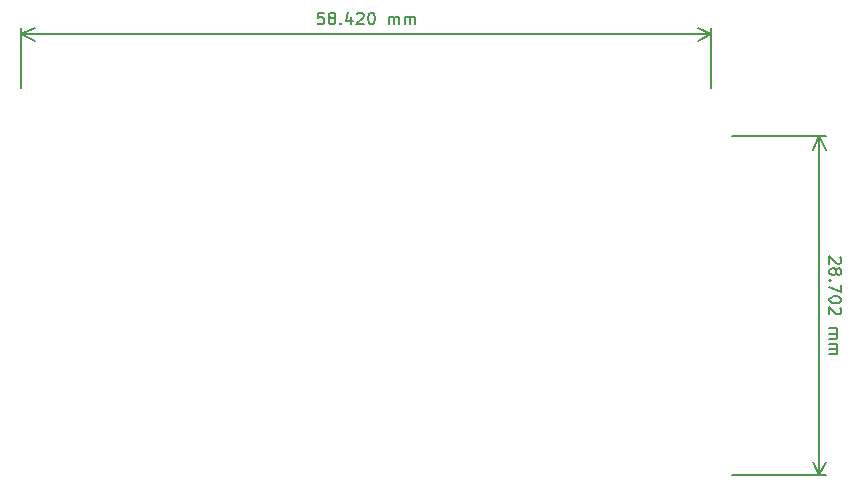
<source format=gbr>
G04 #@! TF.GenerationSoftware,KiCad,Pcbnew,(5.1.4-0-10_14)*
G04 #@! TF.CreationDate,2022-05-28T07:52:33+02:00*
G04 #@! TF.ProjectId,new_rele,6e65775f-7265-46c6-952e-6b696361645f,rev?*
G04 #@! TF.SameCoordinates,Original*
G04 #@! TF.FileFunction,Other,ECO1*
%FSLAX46Y46*%
G04 Gerber Fmt 4.6, Leading zero omitted, Abs format (unit mm)*
G04 Created by KiCad (PCBNEW (5.1.4-0-10_14)) date 2022-05-28 07:52:33*
%MOMM*%
%LPD*%
G04 APERTURE LIST*
%ADD10C,0.150000*%
G04 APERTURE END LIST*
D10*
X108686380Y-57198142D02*
X108734000Y-57245761D01*
X108781619Y-57341000D01*
X108781619Y-57579095D01*
X108734000Y-57674333D01*
X108686380Y-57721952D01*
X108591142Y-57769571D01*
X108495904Y-57769571D01*
X108353047Y-57721952D01*
X107781619Y-57150523D01*
X107781619Y-57769571D01*
X108353047Y-58341000D02*
X108400666Y-58245761D01*
X108448285Y-58198142D01*
X108543523Y-58150523D01*
X108591142Y-58150523D01*
X108686380Y-58198142D01*
X108734000Y-58245761D01*
X108781619Y-58341000D01*
X108781619Y-58531476D01*
X108734000Y-58626714D01*
X108686380Y-58674333D01*
X108591142Y-58721952D01*
X108543523Y-58721952D01*
X108448285Y-58674333D01*
X108400666Y-58626714D01*
X108353047Y-58531476D01*
X108353047Y-58341000D01*
X108305428Y-58245761D01*
X108257809Y-58198142D01*
X108162571Y-58150523D01*
X107972095Y-58150523D01*
X107876857Y-58198142D01*
X107829238Y-58245761D01*
X107781619Y-58341000D01*
X107781619Y-58531476D01*
X107829238Y-58626714D01*
X107876857Y-58674333D01*
X107972095Y-58721952D01*
X108162571Y-58721952D01*
X108257809Y-58674333D01*
X108305428Y-58626714D01*
X108353047Y-58531476D01*
X107876857Y-59150523D02*
X107829238Y-59198142D01*
X107781619Y-59150523D01*
X107829238Y-59102904D01*
X107876857Y-59150523D01*
X107781619Y-59150523D01*
X108781619Y-59531476D02*
X108781619Y-60198142D01*
X107781619Y-59769571D01*
X108781619Y-60769571D02*
X108781619Y-60864809D01*
X108734000Y-60960047D01*
X108686380Y-61007666D01*
X108591142Y-61055285D01*
X108400666Y-61102904D01*
X108162571Y-61102904D01*
X107972095Y-61055285D01*
X107876857Y-61007666D01*
X107829238Y-60960047D01*
X107781619Y-60864809D01*
X107781619Y-60769571D01*
X107829238Y-60674333D01*
X107876857Y-60626714D01*
X107972095Y-60579095D01*
X108162571Y-60531476D01*
X108400666Y-60531476D01*
X108591142Y-60579095D01*
X108686380Y-60626714D01*
X108734000Y-60674333D01*
X108781619Y-60769571D01*
X108686380Y-61483857D02*
X108734000Y-61531476D01*
X108781619Y-61626714D01*
X108781619Y-61864809D01*
X108734000Y-61960047D01*
X108686380Y-62007666D01*
X108591142Y-62055285D01*
X108495904Y-62055285D01*
X108353047Y-62007666D01*
X107781619Y-61436238D01*
X107781619Y-62055285D01*
X107781619Y-63245761D02*
X108448285Y-63245761D01*
X108353047Y-63245761D02*
X108400666Y-63293380D01*
X108448285Y-63388619D01*
X108448285Y-63531476D01*
X108400666Y-63626714D01*
X108305428Y-63674333D01*
X107781619Y-63674333D01*
X108305428Y-63674333D02*
X108400666Y-63721952D01*
X108448285Y-63817190D01*
X108448285Y-63960047D01*
X108400666Y-64055285D01*
X108305428Y-64102904D01*
X107781619Y-64102904D01*
X107781619Y-64579095D02*
X108448285Y-64579095D01*
X108353047Y-64579095D02*
X108400666Y-64626714D01*
X108448285Y-64721952D01*
X108448285Y-64864809D01*
X108400666Y-64960047D01*
X108305428Y-65007666D01*
X107781619Y-65007666D01*
X108305428Y-65007666D02*
X108400666Y-65055285D01*
X108448285Y-65150523D01*
X108448285Y-65293380D01*
X108400666Y-65388619D01*
X108305428Y-65436238D01*
X107781619Y-65436238D01*
X106934000Y-46990000D02*
X106934000Y-75692000D01*
X99568000Y-46990000D02*
X107520421Y-46990000D01*
X99568000Y-75692000D02*
X107520421Y-75692000D01*
X106934000Y-75692000D02*
X106347579Y-74565496D01*
X106934000Y-75692000D02*
X107520421Y-74565496D01*
X106934000Y-46990000D02*
X106347579Y-48116504D01*
X106934000Y-46990000D02*
X107520421Y-48116504D01*
X64960952Y-36506380D02*
X64484761Y-36506380D01*
X64437142Y-36982571D01*
X64484761Y-36934952D01*
X64580000Y-36887333D01*
X64818095Y-36887333D01*
X64913333Y-36934952D01*
X64960952Y-36982571D01*
X65008571Y-37077809D01*
X65008571Y-37315904D01*
X64960952Y-37411142D01*
X64913333Y-37458761D01*
X64818095Y-37506380D01*
X64580000Y-37506380D01*
X64484761Y-37458761D01*
X64437142Y-37411142D01*
X65580000Y-36934952D02*
X65484761Y-36887333D01*
X65437142Y-36839714D01*
X65389523Y-36744476D01*
X65389523Y-36696857D01*
X65437142Y-36601619D01*
X65484761Y-36554000D01*
X65580000Y-36506380D01*
X65770476Y-36506380D01*
X65865714Y-36554000D01*
X65913333Y-36601619D01*
X65960952Y-36696857D01*
X65960952Y-36744476D01*
X65913333Y-36839714D01*
X65865714Y-36887333D01*
X65770476Y-36934952D01*
X65580000Y-36934952D01*
X65484761Y-36982571D01*
X65437142Y-37030190D01*
X65389523Y-37125428D01*
X65389523Y-37315904D01*
X65437142Y-37411142D01*
X65484761Y-37458761D01*
X65580000Y-37506380D01*
X65770476Y-37506380D01*
X65865714Y-37458761D01*
X65913333Y-37411142D01*
X65960952Y-37315904D01*
X65960952Y-37125428D01*
X65913333Y-37030190D01*
X65865714Y-36982571D01*
X65770476Y-36934952D01*
X66389523Y-37411142D02*
X66437142Y-37458761D01*
X66389523Y-37506380D01*
X66341904Y-37458761D01*
X66389523Y-37411142D01*
X66389523Y-37506380D01*
X67294285Y-36839714D02*
X67294285Y-37506380D01*
X67056190Y-36458761D02*
X66818095Y-37173047D01*
X67437142Y-37173047D01*
X67770476Y-36601619D02*
X67818095Y-36554000D01*
X67913333Y-36506380D01*
X68151428Y-36506380D01*
X68246666Y-36554000D01*
X68294285Y-36601619D01*
X68341904Y-36696857D01*
X68341904Y-36792095D01*
X68294285Y-36934952D01*
X67722857Y-37506380D01*
X68341904Y-37506380D01*
X68960952Y-36506380D02*
X69056190Y-36506380D01*
X69151428Y-36554000D01*
X69199047Y-36601619D01*
X69246666Y-36696857D01*
X69294285Y-36887333D01*
X69294285Y-37125428D01*
X69246666Y-37315904D01*
X69199047Y-37411142D01*
X69151428Y-37458761D01*
X69056190Y-37506380D01*
X68960952Y-37506380D01*
X68865714Y-37458761D01*
X68818095Y-37411142D01*
X68770476Y-37315904D01*
X68722857Y-37125428D01*
X68722857Y-36887333D01*
X68770476Y-36696857D01*
X68818095Y-36601619D01*
X68865714Y-36554000D01*
X68960952Y-36506380D01*
X70484761Y-37506380D02*
X70484761Y-36839714D01*
X70484761Y-36934952D02*
X70532380Y-36887333D01*
X70627619Y-36839714D01*
X70770476Y-36839714D01*
X70865714Y-36887333D01*
X70913333Y-36982571D01*
X70913333Y-37506380D01*
X70913333Y-36982571D02*
X70960952Y-36887333D01*
X71056190Y-36839714D01*
X71199047Y-36839714D01*
X71294285Y-36887333D01*
X71341904Y-36982571D01*
X71341904Y-37506380D01*
X71818095Y-37506380D02*
X71818095Y-36839714D01*
X71818095Y-36934952D02*
X71865714Y-36887333D01*
X71960952Y-36839714D01*
X72103809Y-36839714D01*
X72199047Y-36887333D01*
X72246666Y-36982571D01*
X72246666Y-37506380D01*
X72246666Y-36982571D02*
X72294285Y-36887333D01*
X72389523Y-36839714D01*
X72532380Y-36839714D01*
X72627619Y-36887333D01*
X72675238Y-36982571D01*
X72675238Y-37506380D01*
X39370000Y-38354000D02*
X97790000Y-38354000D01*
X39370000Y-42926000D02*
X39370000Y-37767579D01*
X97790000Y-42926000D02*
X97790000Y-37767579D01*
X97790000Y-38354000D02*
X96663496Y-38940421D01*
X97790000Y-38354000D02*
X96663496Y-37767579D01*
X39370000Y-38354000D02*
X40496504Y-38940421D01*
X39370000Y-38354000D02*
X40496504Y-37767579D01*
M02*

</source>
